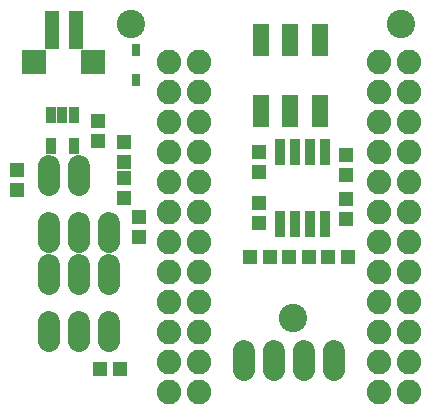
<source format=gbr>
G04 EAGLE Gerber RS-274X export*
G75*
%MOMM*%
%FSLAX34Y34*%
%LPD*%
%INSoldermask Top*%
%IPPOS*%
%AMOC8*
5,1,8,0,0,1.08239X$1,22.5*%
G01*
%ADD10C,2.403200*%
%ADD11C,2.082800*%
%ADD12R,1.203200X1.303200*%
%ADD13R,0.863600X2.235200*%
%ADD14R,1.303200X1.203200*%
%ADD15R,1.403200X2.703200*%
%ADD16C,1.828800*%
%ADD17R,0.823200X1.423200*%
%ADD18R,2.012800X2.012800*%
%ADD19R,0.803200X1.003200*%
%ADD20R,1.203200X3.203200*%


D10*
X257810Y113030D03*
X349250Y361950D03*
X120650Y361950D03*
D11*
X330200Y330200D03*
X330200Y304800D03*
X330200Y279400D03*
X330200Y254000D03*
X330200Y228600D03*
X330200Y203200D03*
X330200Y177800D03*
X330200Y152400D03*
X330200Y127000D03*
X330200Y101600D03*
X330200Y76200D03*
X330200Y50800D03*
X177800Y50800D03*
X177800Y76200D03*
X177800Y101600D03*
X177800Y127000D03*
X177800Y152400D03*
X177800Y177800D03*
X177800Y203200D03*
X177800Y228600D03*
X177800Y254000D03*
X177800Y279400D03*
X177800Y304800D03*
X177800Y330200D03*
D12*
X302260Y214240D03*
X302260Y197240D03*
X302260Y234070D03*
X302260Y251070D03*
D13*
X284480Y254254D03*
X284480Y192786D03*
X271780Y254254D03*
X259080Y254254D03*
X271780Y192786D03*
X259080Y192786D03*
X246380Y254254D03*
X246380Y192786D03*
D12*
X304410Y165100D03*
X287410Y165100D03*
X221370Y165100D03*
X238370Y165100D03*
D14*
X228600Y210430D03*
X228600Y193430D03*
X228600Y236610D03*
X228600Y253610D03*
D12*
X254390Y165100D03*
X271390Y165100D03*
D15*
X255270Y348770D03*
X280270Y348770D03*
X230270Y348770D03*
X255270Y288770D03*
X230270Y288770D03*
X280270Y288770D03*
D11*
X355600Y330200D03*
X355600Y304800D03*
X355600Y279400D03*
X355600Y254000D03*
X355600Y228600D03*
X355600Y203200D03*
X355600Y177800D03*
X355600Y152400D03*
X355600Y127000D03*
X355600Y101600D03*
X355600Y76200D03*
X355600Y50800D03*
X152400Y50800D03*
X152400Y76200D03*
X152400Y101600D03*
X152400Y127000D03*
X152400Y152400D03*
X152400Y177800D03*
X152400Y203200D03*
X152400Y228600D03*
X152400Y254000D03*
X152400Y279400D03*
X152400Y304800D03*
X152400Y330200D03*
D16*
X50800Y193548D02*
X50800Y177292D01*
X76200Y177292D02*
X76200Y193548D01*
X101600Y193548D02*
X101600Y177292D01*
X50800Y157988D02*
X50800Y141732D01*
X76200Y141732D02*
X76200Y157988D01*
X101600Y157988D02*
X101600Y141732D01*
D17*
X71730Y284780D03*
X62230Y284780D03*
X52730Y284780D03*
X52730Y258780D03*
X71730Y258780D03*
D12*
X92710Y263280D03*
X92710Y280280D03*
D16*
X76200Y241808D02*
X76200Y225552D01*
X50800Y225552D02*
X50800Y241808D01*
D18*
X38500Y330200D03*
X88500Y330200D03*
D19*
X124460Y315160D03*
X124460Y340160D03*
D14*
X114300Y245500D03*
X114300Y262500D03*
X114300Y215020D03*
X114300Y232020D03*
D12*
X24130Y221370D03*
X24130Y238370D03*
D16*
X50800Y109728D02*
X50800Y93472D01*
X76200Y93472D02*
X76200Y109728D01*
X101600Y109728D02*
X101600Y93472D01*
D14*
X94370Y69850D03*
X111370Y69850D03*
X127000Y182000D03*
X127000Y199000D03*
D20*
X53500Y356870D03*
X73500Y356870D03*
D16*
X215900Y85598D02*
X215900Y69342D01*
X241300Y69342D02*
X241300Y85598D01*
X266700Y85598D02*
X266700Y69342D01*
X292100Y69342D02*
X292100Y85598D01*
M02*

</source>
